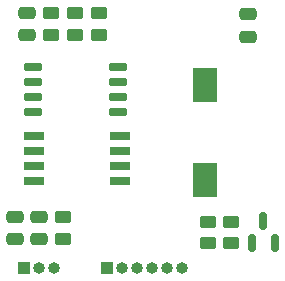
<source format=gbr>
%TF.GenerationSoftware,KiCad,Pcbnew,7.0.10*%
%TF.CreationDate,2026-02-12T12:37:37+08:00*%
%TF.ProjectId,NeepNeep-DAC-V2,4e656570-4e65-4657-902d-4441432d5632,V2*%
%TF.SameCoordinates,Original*%
%TF.FileFunction,Soldermask,Top*%
%TF.FilePolarity,Negative*%
%FSLAX46Y46*%
G04 Gerber Fmt 4.6, Leading zero omitted, Abs format (unit mm)*
G04 Created by KiCad (PCBNEW 7.0.10) date 2026-02-12 12:37:37*
%MOMM*%
%LPD*%
G01*
G04 APERTURE LIST*
G04 Aperture macros list*
%AMRoundRect*
0 Rectangle with rounded corners*
0 $1 Rounding radius*
0 $2 $3 $4 $5 $6 $7 $8 $9 X,Y pos of 4 corners*
0 Add a 4 corners polygon primitive as box body*
4,1,4,$2,$3,$4,$5,$6,$7,$8,$9,$2,$3,0*
0 Add four circle primitives for the rounded corners*
1,1,$1+$1,$2,$3*
1,1,$1+$1,$4,$5*
1,1,$1+$1,$6,$7*
1,1,$1+$1,$8,$9*
0 Add four rect primitives between the rounded corners*
20,1,$1+$1,$2,$3,$4,$5,0*
20,1,$1+$1,$4,$5,$6,$7,0*
20,1,$1+$1,$6,$7,$8,$9,0*
20,1,$1+$1,$8,$9,$2,$3,0*%
G04 Aperture macros list end*
%ADD10R,1.000000X1.000000*%
%ADD11O,1.000000X1.000000*%
%ADD12RoundRect,0.250000X-0.475000X0.250000X-0.475000X-0.250000X0.475000X-0.250000X0.475000X0.250000X0*%
%ADD13RoundRect,0.250000X-0.450000X0.262500X-0.450000X-0.262500X0.450000X-0.262500X0.450000X0.262500X0*%
%ADD14R,2.000000X3.000000*%
%ADD15RoundRect,0.150000X0.150000X-0.587500X0.150000X0.587500X-0.150000X0.587500X-0.150000X-0.587500X0*%
%ADD16RoundRect,0.150000X0.650000X0.150000X-0.650000X0.150000X-0.650000X-0.150000X0.650000X-0.150000X0*%
%ADD17R,1.700000X0.650000*%
G04 APERTURE END LIST*
D10*
%TO.C,J1*%
X-3099000Y-10998000D03*
D11*
X-1829000Y-10998000D03*
X-559000Y-10998000D03*
X711000Y-10998000D03*
X1981000Y-10998000D03*
X3251000Y-10998000D03*
%TD*%
D10*
%TO.C,J2*%
X-10084000Y-10998000D03*
D11*
X-8814000Y-10998000D03*
X-7544000Y-10998000D03*
%TD*%
D12*
%TO.C,C1*%
X-8814000Y-6619000D03*
X-8814000Y-8519000D03*
%TD*%
D13*
%TO.C,R4*%
X7400000Y-7037500D03*
X7400000Y-8862500D03*
%TD*%
D14*
%TO.C,BUZZER1*%
X5200000Y4500000D03*
X5200000Y-3500000D03*
%TD*%
D15*
%TO.C,Q1*%
X9200000Y-8887500D03*
X11100000Y-8887500D03*
X10150000Y-7012500D03*
%TD*%
D13*
%TO.C,R6*%
X-6782000Y-6656500D03*
X-6782000Y-8481500D03*
%TD*%
%TO.C,R3*%
X-3734000Y10615500D03*
X-3734000Y8790500D03*
%TD*%
D16*
%TO.C,U2*%
X-2166000Y2210000D03*
X-2166000Y3480000D03*
X-2166000Y4750000D03*
X-2166000Y6020000D03*
X-9366000Y6020000D03*
X-9366000Y4750000D03*
X-9366000Y3480000D03*
X-9366000Y2210000D03*
%TD*%
D13*
%TO.C,R2*%
X-7798000Y10615500D03*
X-7798000Y8790500D03*
%TD*%
D17*
%TO.C,U3*%
X-1989000Y-3632000D03*
X-1989000Y-2362000D03*
X-1989000Y-1092000D03*
X-1989000Y178000D03*
X-9289000Y178000D03*
X-9289000Y-1092000D03*
X-9289000Y-2362000D03*
X-9289000Y-3632000D03*
%TD*%
D12*
%TO.C,C3*%
X8839000Y8626000D03*
X8839000Y10526000D03*
%TD*%
D13*
%TO.C,R1*%
X-5766000Y8790500D03*
X-5766000Y10615500D03*
%TD*%
D12*
%TO.C,C4*%
X-9830000Y10653000D03*
X-9830000Y8753000D03*
%TD*%
%TO.C,C2*%
X-10846000Y-8519000D03*
X-10846000Y-6619000D03*
%TD*%
D13*
%TO.C,R7*%
X5450000Y-7037500D03*
X5450000Y-8862500D03*
%TD*%
M02*

</source>
